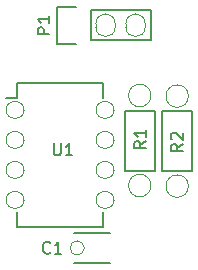
<source format=gbr>
G04 #@! TF.FileFunction,Legend,Top*
%FSLAX46Y46*%
G04 Gerber Fmt 4.6, Leading zero omitted, Abs format (unit mm)*
G04 Created by KiCad (PCBNEW 4.0.0-rc2-stable) date 3/4/2016 11:30:43 PM*
%MOMM*%
G01*
G04 APERTURE LIST*
%ADD10C,0.100000*%
%ADD11C,0.150000*%
G04 APERTURE END LIST*
D10*
D11*
X145842800Y-63581600D02*
X142842800Y-63581600D01*
X142842800Y-61081600D02*
X145842800Y-61081600D01*
X144221200Y-44754800D02*
X149301200Y-44754800D01*
X149301200Y-44754800D02*
X149301200Y-42214800D01*
X149301200Y-42214800D02*
X144221200Y-42214800D01*
X141401200Y-41934800D02*
X142951200Y-41934800D01*
X144221200Y-42214800D02*
X144221200Y-44754800D01*
X142951200Y-45034800D02*
X141401200Y-45034800D01*
X141401200Y-45034800D02*
X141401200Y-41934800D01*
X147116800Y-55778400D02*
X147116800Y-50698400D01*
X147116800Y-50698400D02*
X149656800Y-50698400D01*
X149656800Y-50698400D02*
X149656800Y-55778400D01*
X149656800Y-55778400D02*
X147116800Y-55778400D01*
X150291800Y-55829200D02*
X150291800Y-50749200D01*
X150291800Y-50749200D02*
X152831800Y-50749200D01*
X152831800Y-50749200D02*
X152831800Y-55829200D01*
X152831800Y-55829200D02*
X150291800Y-55829200D01*
X137968100Y-48352600D02*
X137968100Y-49622600D01*
X145318100Y-48352600D02*
X145318100Y-49622600D01*
X145318100Y-60562600D02*
X145318100Y-59292600D01*
X137968100Y-60562600D02*
X137968100Y-59292600D01*
X137968100Y-48352600D02*
X145318100Y-48352600D01*
X137968100Y-60562600D02*
X145318100Y-60562600D01*
X137968100Y-49622600D02*
X137033100Y-49622600D01*
D10*
X143692800Y-62331600D02*
G75*
G03X143692800Y-62331600I-600000J0D01*
G01*
X146304800Y-43637200D02*
X146304800Y-43332400D01*
X144677600Y-43637200D02*
X144677600Y-43332400D01*
X146304800Y-43332400D02*
G75*
G03X144677600Y-43332400I-813600J0D01*
G01*
X144677600Y-43637200D02*
G75*
G03X146304800Y-43637200I813600J0D01*
G01*
X148844800Y-43637200D02*
X148844800Y-43332400D01*
X147217600Y-43637200D02*
X147217600Y-43332400D01*
X148844800Y-43332400D02*
G75*
G03X147217600Y-43332400I-813600J0D01*
G01*
X147217600Y-43637200D02*
G75*
G03X148844800Y-43637200I813600J0D01*
G01*
X149336290Y-57048400D02*
G75*
G03X149336290Y-57048400I-949490J0D01*
G01*
X149336290Y-49428400D02*
G75*
G03X149336290Y-49428400I-949490J0D01*
G01*
X152511290Y-57099200D02*
G75*
G03X152511290Y-57099200I-949490J0D01*
G01*
X152511290Y-49479200D02*
G75*
G03X152511290Y-49479200I-949490J0D01*
G01*
X137083100Y-50647600D02*
X137083100Y-50647600D01*
X138583100Y-50647600D02*
X138583100Y-50647600D01*
X137083100Y-50647600D02*
G75*
G03X138583100Y-50647600I750000J0D01*
G01*
X138583100Y-50647600D02*
G75*
G03X137083100Y-50647600I-750000J0D01*
G01*
X137083100Y-53187600D02*
X137083100Y-53187600D01*
X138583100Y-53187600D02*
X138583100Y-53187600D01*
X137083100Y-53187600D02*
G75*
G03X138583100Y-53187600I750000J0D01*
G01*
X138583100Y-53187600D02*
G75*
G03X137083100Y-53187600I-750000J0D01*
G01*
X137083100Y-55727600D02*
X137083100Y-55727600D01*
X138583100Y-55727600D02*
X138583100Y-55727600D01*
X137083100Y-55727600D02*
G75*
G03X138583100Y-55727600I750000J0D01*
G01*
X138583100Y-55727600D02*
G75*
G03X137083100Y-55727600I-750000J0D01*
G01*
X137083100Y-58267600D02*
X137083100Y-58267600D01*
X138583100Y-58267600D02*
X138583100Y-58267600D01*
X137083100Y-58267600D02*
G75*
G03X138583100Y-58267600I750000J0D01*
G01*
X138583100Y-58267600D02*
G75*
G03X137083100Y-58267600I-750000J0D01*
G01*
X144703100Y-58267600D02*
X144703100Y-58267600D01*
X146203100Y-58267600D02*
X146203100Y-58267600D01*
X144703100Y-58267600D02*
G75*
G03X146203100Y-58267600I750000J0D01*
G01*
X146203100Y-58267600D02*
G75*
G03X144703100Y-58267600I-750000J0D01*
G01*
X144703100Y-55727600D02*
X144703100Y-55727600D01*
X146203100Y-55727600D02*
X146203100Y-55727600D01*
X144703100Y-55727600D02*
G75*
G03X146203100Y-55727600I750000J0D01*
G01*
X146203100Y-55727600D02*
G75*
G03X144703100Y-55727600I-750000J0D01*
G01*
X144703100Y-53187600D02*
X144703100Y-53187600D01*
X146203100Y-53187600D02*
X146203100Y-53187600D01*
X144703100Y-53187600D02*
G75*
G03X146203100Y-53187600I750000J0D01*
G01*
X146203100Y-53187600D02*
G75*
G03X144703100Y-53187600I-750000J0D01*
G01*
X144703100Y-50647600D02*
X144703100Y-50647600D01*
X146203100Y-50647600D02*
X146203100Y-50647600D01*
X144703100Y-50647600D02*
G75*
G03X146203100Y-50647600I750000J0D01*
G01*
X146203100Y-50647600D02*
G75*
G03X144703100Y-50647600I-750000J0D01*
G01*
D11*
X140803334Y-62714143D02*
X140755715Y-62761762D01*
X140612858Y-62809381D01*
X140517620Y-62809381D01*
X140374762Y-62761762D01*
X140279524Y-62666524D01*
X140231905Y-62571286D01*
X140184286Y-62380810D01*
X140184286Y-62237952D01*
X140231905Y-62047476D01*
X140279524Y-61952238D01*
X140374762Y-61857000D01*
X140517620Y-61809381D01*
X140612858Y-61809381D01*
X140755715Y-61857000D01*
X140803334Y-61904619D01*
X141755715Y-62809381D02*
X141184286Y-62809381D01*
X141470000Y-62809381D02*
X141470000Y-61809381D01*
X141374762Y-61952238D01*
X141279524Y-62047476D01*
X141184286Y-62095095D01*
X140736581Y-44222895D02*
X139736581Y-44222895D01*
X139736581Y-43841942D01*
X139784200Y-43746704D01*
X139831819Y-43699085D01*
X139927057Y-43651466D01*
X140069914Y-43651466D01*
X140165152Y-43699085D01*
X140212771Y-43746704D01*
X140260390Y-43841942D01*
X140260390Y-44222895D01*
X140736581Y-42699085D02*
X140736581Y-43270514D01*
X140736581Y-42984800D02*
X139736581Y-42984800D01*
X139879438Y-43080038D01*
X139974676Y-43175276D01*
X140022295Y-43270514D01*
X148915381Y-53303466D02*
X148439190Y-53636800D01*
X148915381Y-53874895D02*
X147915381Y-53874895D01*
X147915381Y-53493942D01*
X147963000Y-53398704D01*
X148010619Y-53351085D01*
X148105857Y-53303466D01*
X148248714Y-53303466D01*
X148343952Y-53351085D01*
X148391571Y-53398704D01*
X148439190Y-53493942D01*
X148439190Y-53874895D01*
X148915381Y-52351085D02*
X148915381Y-52922514D01*
X148915381Y-52636800D02*
X147915381Y-52636800D01*
X148058238Y-52732038D01*
X148153476Y-52827276D01*
X148201095Y-52922514D01*
X152014181Y-53532066D02*
X151537990Y-53865400D01*
X152014181Y-54103495D02*
X151014181Y-54103495D01*
X151014181Y-53722542D01*
X151061800Y-53627304D01*
X151109419Y-53579685D01*
X151204657Y-53532066D01*
X151347514Y-53532066D01*
X151442752Y-53579685D01*
X151490371Y-53627304D01*
X151537990Y-53722542D01*
X151537990Y-54103495D01*
X151109419Y-53151114D02*
X151061800Y-53103495D01*
X151014181Y-53008257D01*
X151014181Y-52770161D01*
X151061800Y-52674923D01*
X151109419Y-52627304D01*
X151204657Y-52579685D01*
X151299895Y-52579685D01*
X151442752Y-52627304D01*
X152014181Y-53198733D01*
X152014181Y-52579685D01*
X141122495Y-53478181D02*
X141122495Y-54287705D01*
X141170114Y-54382943D01*
X141217733Y-54430562D01*
X141312971Y-54478181D01*
X141503448Y-54478181D01*
X141598686Y-54430562D01*
X141646305Y-54382943D01*
X141693924Y-54287705D01*
X141693924Y-53478181D01*
X142693924Y-54478181D02*
X142122495Y-54478181D01*
X142408209Y-54478181D02*
X142408209Y-53478181D01*
X142312971Y-53621038D01*
X142217733Y-53716276D01*
X142122495Y-53763895D01*
M02*

</source>
